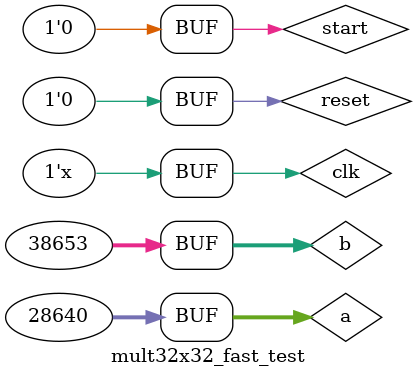
<source format=sv>
module mult32x32_fast_test;

    logic clk;            // Clock
    logic reset;          // Reset
    logic start;          // Start signal
    logic [31:0] a;       // Input a
    logic [31:0] b;       // Input b
    logic busy;           // Multiplier busy indication
    logic [63:0] product; // Miltiplication product

// Put your code here
// ------------------
	mult32x32_fast mult_fast(.clk(clk) ,
					.reset(reset),
					.start(start),
					.a(a), .b(b) ,
					.busy(busy) , 
					.product(product)
					);
	
	initial begin
		clk = 1'b1;
		reset = 1'b1;
		start = 1'b0;
		a = 32'd0;
		b = 32'd0;
		
		#8
		reset = 1'b0;
		
		#2
		a= 32'd205811680;
		b= 32'd206018301;
		start = 1'b1 ; 
		
		#2
		start = 1'b0;
		
		#10
		a=32'b00000000000000000110111111100000;
		b=32'b00000000000000001001011011111101;
		start=1'b1;
		
		#2
		start=1'b0;
		
		
		
	end

	always begin
		#1
		clk= ~clk;
	end
// End of your code

endmodule

</source>
